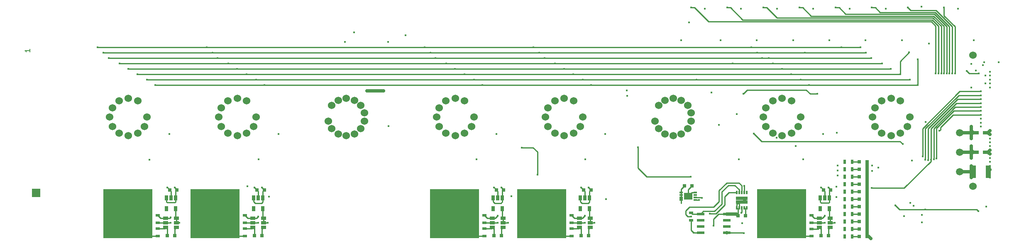
<source format=gtl>
G04 #@! TF.GenerationSoftware,KiCad,Pcbnew,(5.1.4)-1*
G04 #@! TF.CreationDate,2020-02-29T21:07:01-06:00*
G04 #@! TF.ProjectId,IV-6_Display_Board,49562d36-5f44-4697-9370-6c61795f426f,rev?*
G04 #@! TF.SameCoordinates,Original*
G04 #@! TF.FileFunction,Copper,L1,Top*
G04 #@! TF.FilePolarity,Positive*
%FSLAX46Y46*%
G04 Gerber Fmt 4.6, Leading zero omitted, Abs format (unit mm)*
G04 Created by KiCad (PCBNEW (5.1.4)-1) date 2020-02-29 21:07:01*
%MOMM*%
%LPD*%
G04 APERTURE LIST*
%ADD10C,0.200000*%
%ADD11C,1.524000*%
%ADD12R,0.800000X0.750000*%
%ADD13R,0.650000X1.060000*%
%ADD14R,1.060000X0.650000*%
%ADD15R,10.000000X10.000000*%
%ADD16R,0.900000X0.500000*%
%ADD17R,1.700000X1.700000*%
%ADD18C,1.500000*%
%ADD19R,1.000000X2.500000*%
%ADD20R,0.800000X0.800000*%
%ADD21R,0.500000X0.900000*%
%ADD22R,0.750000X0.300000*%
%ADD23R,1.750000X1.450000*%
%ADD24R,1.550000X0.600000*%
%ADD25R,0.300000X0.650000*%
%ADD26R,1.240000X0.775000*%
%ADD27C,0.431800*%
%ADD28C,0.635000*%
%ADD29C,0.254000*%
G04 APERTURE END LIST*
D10*
X36139380Y-76930285D02*
X36139380Y-77501714D01*
X36139380Y-77216000D02*
X35139380Y-77216000D01*
X35282238Y-77311238D01*
X35377476Y-77406476D01*
X35425095Y-77501714D01*
D11*
X228562400Y-78147999D03*
X228562400Y-104944999D03*
X60058200Y-90793500D03*
X59548200Y-92693500D03*
X58158200Y-94083500D03*
X56258200Y-94593500D03*
X54358200Y-94083500D03*
X52968200Y-92693500D03*
X52458200Y-90793500D03*
X52968200Y-88893500D03*
X54358200Y-87503500D03*
X56258200Y-86993500D03*
X58158200Y-87503500D03*
X148948000Y-90793500D03*
X148438000Y-92693500D03*
X147048000Y-94083500D03*
X145148000Y-94593500D03*
X143248000Y-94083500D03*
X141858000Y-92693500D03*
X141348000Y-90793500D03*
X141858000Y-88893500D03*
X143248000Y-87503500D03*
X145148000Y-86993500D03*
X147048000Y-87503500D03*
X82280400Y-90793500D03*
X81770400Y-92693500D03*
X80380400Y-94083500D03*
X78480400Y-94593500D03*
X76580400Y-94083500D03*
X75190400Y-92693500D03*
X74680400Y-90793500D03*
X75190400Y-88893500D03*
X76580400Y-87503500D03*
X78480400Y-86993500D03*
X80380400Y-87503500D03*
X193392000Y-90793500D03*
X192882000Y-92693500D03*
X191492000Y-94083500D03*
X189592000Y-94593500D03*
X187692000Y-94083500D03*
X186302000Y-92693500D03*
X185792000Y-90793500D03*
X186302000Y-88893500D03*
X187692000Y-87503500D03*
X189592000Y-86993500D03*
X191492000Y-87503500D03*
X126724000Y-90793500D03*
X126214000Y-92693500D03*
X124824000Y-94083500D03*
X122924000Y-94593500D03*
X121024000Y-94083500D03*
X119634000Y-92693500D03*
X119124000Y-90793500D03*
X119634000Y-88893500D03*
X121024000Y-87503500D03*
X122924000Y-86993500D03*
X124824000Y-87503500D03*
X215614000Y-90793500D03*
X215104000Y-92693500D03*
X213714000Y-94083500D03*
X211814000Y-94593500D03*
X209914000Y-94083500D03*
X208524000Y-92693500D03*
X208014000Y-90793500D03*
X208524000Y-88893500D03*
X209914000Y-87503500D03*
X211814000Y-86993500D03*
X213714000Y-87503500D03*
X99054240Y-94217180D03*
X100703000Y-94593500D03*
X102351760Y-94217180D03*
X103673960Y-93162760D03*
X104407730Y-91639080D03*
X104407730Y-89947920D03*
X103673960Y-88424240D03*
X102351760Y-87369820D03*
X100703000Y-86993500D03*
X99054240Y-87369820D03*
X97732040Y-88424240D03*
X96998270Y-91639080D03*
X97732040Y-93162760D03*
X165721240Y-94217180D03*
X167370000Y-94593500D03*
X169018760Y-94217180D03*
X170340960Y-93162760D03*
X171074730Y-91639080D03*
X171074730Y-89947920D03*
X170340960Y-88424240D03*
X169018760Y-87369820D03*
X167370000Y-86993500D03*
X165721240Y-87369820D03*
X164399040Y-88424240D03*
X163665270Y-91639080D03*
X164399040Y-93162760D03*
D12*
X230874000Y-93980000D03*
X229374000Y-93980000D03*
D13*
X132546000Y-107291000D03*
X131596000Y-107291000D03*
X130646000Y-107291000D03*
X130646000Y-109491000D03*
X132546000Y-109491000D03*
D14*
X150476000Y-112392000D03*
X150476000Y-111442000D03*
X150476000Y-113342000D03*
X148276000Y-113342000D03*
X148276000Y-112392000D03*
X148276000Y-111442000D03*
D15*
X140550000Y-110486000D03*
D13*
X150326000Y-109491000D03*
X148426000Y-109491000D03*
X148426000Y-107291000D03*
X149376000Y-107291000D03*
X150326000Y-107291000D03*
D15*
X122770000Y-110486000D03*
D14*
X132696000Y-112392000D03*
X132696000Y-111442000D03*
X132696000Y-113342000D03*
X130496000Y-113342000D03*
X130496000Y-112392000D03*
X130496000Y-111442000D03*
D16*
X128866000Y-112380000D03*
X128866000Y-110880000D03*
X128866000Y-113546000D03*
X128866000Y-115046000D03*
X146646000Y-115046000D03*
X146646000Y-113546000D03*
X146646000Y-110880000D03*
X146646000Y-112380000D03*
D12*
X130846000Y-114995000D03*
X132346000Y-114995000D03*
X148626000Y-114995000D03*
X150126000Y-114995000D03*
X132790000Y-105660000D03*
X131290000Y-105660000D03*
X149134000Y-105660000D03*
X150634000Y-105660000D03*
D17*
X37401500Y-106236000D03*
D18*
X225806000Y-93980000D03*
X225806000Y-97980500D03*
X225806000Y-101918000D03*
D12*
X83997000Y-105660000D03*
X82497000Y-105660000D03*
X64653500Y-105660000D03*
X66153500Y-105660000D03*
X83489000Y-114995000D03*
X81989000Y-114995000D03*
X65709000Y-114995000D03*
X64209000Y-114995000D03*
X198004000Y-105660000D03*
X199504000Y-105660000D03*
X197559000Y-114995000D03*
X199059000Y-114995000D03*
X169684000Y-104838000D03*
X171184000Y-104838000D03*
X229374000Y-97980500D03*
X230874000Y-97980500D03*
D19*
X228624000Y-101918000D03*
X231624000Y-101918000D03*
D12*
X180606000Y-110934000D03*
X182106000Y-110934000D03*
D20*
X205321000Y-99949000D03*
X206921000Y-99949000D03*
X206921000Y-101473000D03*
X205321000Y-101473000D03*
X205321000Y-102997000D03*
X206921000Y-102997000D03*
X206921000Y-104521000D03*
X205321000Y-104521000D03*
X205321000Y-106045000D03*
X206921000Y-106045000D03*
X206921000Y-107569000D03*
X205321000Y-107569000D03*
X205321000Y-109093000D03*
X206921000Y-109093000D03*
X206921000Y-110617000D03*
X205321000Y-110617000D03*
X205321000Y-112141000D03*
X206921000Y-112141000D03*
X206921000Y-113665000D03*
X205321000Y-113665000D03*
X205321000Y-115189000D03*
X206921000Y-115189000D03*
D21*
X202386000Y-99949000D03*
X203886000Y-99949000D03*
X202386000Y-101473000D03*
X203886000Y-101473000D03*
X203886000Y-102997000D03*
X202386000Y-102997000D03*
X203886000Y-104521000D03*
X202386000Y-104521000D03*
X202386000Y-106045000D03*
X203886000Y-106045000D03*
X203886000Y-107569000D03*
X202386000Y-107569000D03*
X203886000Y-109093000D03*
X202386000Y-109093000D03*
X203886000Y-110617000D03*
X202386000Y-110617000D03*
X202386000Y-112141000D03*
X203886000Y-112141000D03*
X202386000Y-113665000D03*
X203886000Y-113665000D03*
X202386000Y-115189000D03*
X203886000Y-115189000D03*
D16*
X80008500Y-113546000D03*
X80008500Y-115046000D03*
X62228500Y-115046000D03*
X62228500Y-113546000D03*
X80008500Y-112380000D03*
X80008500Y-110880000D03*
X62228500Y-110880000D03*
X62228500Y-112380000D03*
X195578000Y-115110000D03*
X195578000Y-113610000D03*
X195578000Y-112380000D03*
X195578000Y-110880000D03*
X171069000Y-110375000D03*
X171069000Y-111875000D03*
D15*
X73912500Y-110486000D03*
X56132500Y-110486000D03*
X189482000Y-110486000D03*
D13*
X83689000Y-107291000D03*
X82739000Y-107291000D03*
X81789000Y-107291000D03*
X81789000Y-109491000D03*
X83689000Y-109491000D03*
X65909000Y-109491000D03*
X64009000Y-109491000D03*
X64009000Y-107291000D03*
X64959000Y-107291000D03*
X65909000Y-107291000D03*
D14*
X81639000Y-111442000D03*
X81639000Y-112392000D03*
X81639000Y-113342000D03*
X83839000Y-113342000D03*
X83839000Y-111442000D03*
X83839000Y-112392000D03*
X63859000Y-111442000D03*
X63859000Y-112392000D03*
X63859000Y-113342000D03*
X66059000Y-113342000D03*
X66059000Y-111442000D03*
X66059000Y-112392000D03*
D13*
X199259000Y-107291000D03*
X198309000Y-107291000D03*
X197359000Y-107291000D03*
X197359000Y-109491000D03*
X199259000Y-109491000D03*
D14*
X197209000Y-111442000D03*
X197209000Y-112392000D03*
X197209000Y-113342000D03*
X199409000Y-113342000D03*
X199409000Y-111442000D03*
X199409000Y-112392000D03*
D22*
X171870000Y-107717000D03*
X171870000Y-107217000D03*
X171870000Y-106717000D03*
X171870000Y-106217000D03*
X168970000Y-106217000D03*
X168970000Y-106717000D03*
X168970000Y-107217000D03*
X168970000Y-107717000D03*
D23*
X170420000Y-106967000D03*
D24*
X178341000Y-114363000D03*
X178341000Y-113093000D03*
X178341000Y-111823000D03*
X178341000Y-110553000D03*
X172941000Y-110553000D03*
X172941000Y-111823000D03*
X172941000Y-113093000D03*
X172941000Y-114363000D03*
D25*
X180356000Y-109310000D03*
X180856000Y-109310000D03*
X181356000Y-109310000D03*
X181856000Y-109310000D03*
X182356000Y-109310000D03*
X182356000Y-106210000D03*
X181856000Y-106210000D03*
X181356000Y-106210000D03*
X180856000Y-106210000D03*
X180356000Y-106210000D03*
D26*
X181976000Y-107372500D03*
X180736000Y-107372500D03*
X181976000Y-108147500D03*
X180736000Y-108147500D03*
D27*
X181411200Y-112458000D03*
X215766400Y-108301200D03*
X207708000Y-115596000D03*
X109220000Y-75425300D03*
X100457000Y-75425300D03*
X157878000Y-85369400D03*
X175182000Y-85805500D03*
X200787000Y-93980000D03*
X197994000Y-94275000D03*
X176669000Y-92392500D03*
X153531000Y-94229000D03*
X131320000Y-94219500D03*
X109284000Y-92634500D03*
X86863900Y-94236900D03*
X64644500Y-94228200D03*
X225440000Y-68659500D03*
X218059000Y-68262500D03*
X210708000Y-68659500D03*
X203342000Y-68659500D03*
X195912000Y-68659500D03*
X188546000Y-68659500D03*
X181180000Y-68659500D03*
X173814000Y-68659500D03*
X170624000Y-71449500D03*
X175578000Y-112978000D03*
X231966000Y-84746500D03*
X231966000Y-83946500D03*
X231966000Y-83146500D03*
X231966000Y-82346500D03*
X231966000Y-81546500D03*
X231966000Y-103146000D03*
X231966000Y-102346000D03*
X231966000Y-101546000D03*
X231966000Y-100746000D03*
X231966000Y-99946500D03*
X231966000Y-99146500D03*
X231966000Y-98346500D03*
X231966000Y-97546500D03*
X231966000Y-96746500D03*
X231966000Y-95946500D03*
X231966000Y-95146500D03*
X231966000Y-94346500D03*
X231966000Y-93546500D03*
X170420000Y-106967000D03*
X214440000Y-110998000D03*
X218122000Y-112256000D03*
X197559000Y-105152000D03*
X198310000Y-112395000D03*
X148626000Y-105152000D03*
X149352000Y-112395000D03*
X130846000Y-105152000D03*
X131572000Y-112395000D03*
X81989000Y-105152000D03*
X82740500Y-112395000D03*
X64209000Y-105152000D03*
X64897000Y-112395000D03*
X228156000Y-84746500D03*
X228156000Y-79946499D03*
X218901723Y-91837723D03*
X168974000Y-107442000D03*
X181800000Y-114490000D03*
X228156000Y-95146500D03*
X228156000Y-94346500D03*
X228156000Y-93546500D03*
X228156000Y-92746500D03*
X182106000Y-110934000D03*
X218122000Y-110756000D03*
X199059000Y-105152000D03*
X150126000Y-105152000D03*
X132346000Y-105152000D03*
X83489000Y-105152000D03*
X65709000Y-105152000D03*
X228156000Y-97546500D03*
X228156000Y-99146500D03*
X228156000Y-98346500D03*
X228156000Y-96746500D03*
X108268000Y-85471000D03*
X219583000Y-75819000D03*
X180784000Y-99441000D03*
X180326000Y-90163000D03*
X169037000Y-75120500D03*
X216090000Y-99670000D03*
X193866000Y-99441000D03*
X149479000Y-99441000D03*
X127254000Y-99441000D03*
X82804000Y-99441000D03*
X60577500Y-99498700D03*
X184404000Y-75120500D03*
X191897000Y-75120500D03*
X199200000Y-75120500D03*
X206629000Y-75120500D03*
X214058000Y-75120500D03*
X228727000Y-75120500D03*
X177038000Y-75120500D03*
X228156000Y-100746000D03*
X228156000Y-101546000D03*
X228156000Y-102346000D03*
X228156000Y-103146000D03*
X104902006Y-85471000D03*
X222631000Y-68465000D03*
X224854000Y-81851500D03*
X215265000Y-68465000D03*
X224282000Y-81851500D03*
X207899000Y-68465000D03*
X223723000Y-81851500D03*
X200533000Y-68465000D03*
X223164000Y-81851500D03*
X193104000Y-68465000D03*
X222606000Y-81851500D03*
X185738000Y-68465000D03*
X222047000Y-81851500D03*
X178372000Y-68465000D03*
X221488000Y-81851500D03*
X171006000Y-68465000D03*
X220929000Y-81851500D03*
X134341400Y-106968300D03*
X231071300Y-83946500D03*
X231071300Y-82284900D03*
X153715700Y-107554700D03*
X233792800Y-79637500D03*
X80518300Y-104876600D03*
X84959800Y-107024600D03*
X229120400Y-81281800D03*
X200692700Y-107114900D03*
X229717700Y-81907200D03*
X227236500Y-81343200D03*
X230124000Y-85548000D03*
X218250000Y-98805500D03*
X218821000Y-99504500D03*
X230124000Y-86348000D03*
X160210500Y-96964500D03*
X170937300Y-102962300D03*
X219379000Y-99592300D03*
X230124000Y-87148000D03*
X200914000Y-102743000D03*
X209232500Y-101092000D03*
X219935000Y-99536000D03*
X230124000Y-87948000D03*
X200689000Y-105012900D03*
X139687800Y-102559600D03*
X136525000Y-97028000D03*
X207835500Y-105283000D03*
X220536000Y-99441000D03*
X230124000Y-88748000D03*
X200898300Y-100663200D03*
X207962500Y-100711000D03*
X200914000Y-101663500D03*
X230124000Y-89548000D03*
X221107000Y-99250500D03*
X207965300Y-101806000D03*
X221678500Y-93599000D03*
X214192100Y-96309000D03*
X102292100Y-73501100D03*
X183853500Y-94196100D03*
X230124000Y-90348000D03*
X230124000Y-91148000D03*
X112814400Y-74087500D03*
X230778200Y-79604100D03*
X231257200Y-109104400D03*
X216443500Y-108892800D03*
X173205700Y-107320000D03*
X174815500Y-110490000D03*
X172617400Y-107679100D03*
X230574400Y-80199000D03*
X218784100Y-109668600D03*
X212682200Y-108817600D03*
X181839400Y-104857900D03*
X229596222Y-109996822D03*
X192376300Y-96683600D03*
X188474600Y-94987400D03*
X158021100Y-86453900D03*
X230124000Y-91948000D03*
X181700800Y-86051300D03*
X196769700Y-86051300D03*
X230124000Y-92748000D03*
X84709000Y-112395000D03*
X66675000Y-112395000D03*
X151320000Y-112395000D03*
X133668000Y-112395000D03*
X200342000Y-112395000D03*
X171514000Y-114364000D03*
X56204200Y-80949800D03*
X78426500Y-80949800D03*
X122871000Y-80949800D03*
X145093000Y-80949800D03*
X189538000Y-80949800D03*
X211760000Y-80949800D03*
X194221000Y-77635100D03*
X51162300Y-77635100D03*
X73384600Y-77635100D03*
X117829000Y-77635100D03*
X140051000Y-77635100D03*
X184496000Y-77635100D03*
X206718000Y-77635100D03*
X215519000Y-77597000D03*
X58109200Y-82054700D03*
X80331500Y-82054700D03*
X124776000Y-82054700D03*
X146998000Y-82054700D03*
X191443000Y-82054700D03*
X213665000Y-82054700D03*
X186880000Y-78740000D03*
X52216400Y-78740000D03*
X74438700Y-78740000D03*
X118883000Y-78740000D03*
X141105000Y-78740000D03*
X185550000Y-78740000D03*
X207772000Y-78740000D03*
X217297000Y-78968600D03*
X61741400Y-84264500D03*
X83963700Y-84264500D03*
X128408000Y-84264500D03*
X150630000Y-84264500D03*
X195075000Y-84264500D03*
X217297000Y-84264500D03*
X179489000Y-79844900D03*
X54413500Y-79844900D03*
X76635800Y-79844900D03*
X121080000Y-79844900D03*
X143302000Y-79844900D03*
X187747000Y-79844900D03*
X209969000Y-79844900D03*
X201663000Y-76530200D03*
X138883000Y-76530200D03*
X116661000Y-76530200D03*
X49981200Y-76530200D03*
X72203500Y-76530200D03*
X183315000Y-76530200D03*
X205537000Y-76530200D03*
X172174000Y-83159600D03*
X60065000Y-83159600D03*
X82287300Y-83159600D03*
X126732000Y-83159600D03*
X148954000Y-83159600D03*
X193398000Y-83159600D03*
X215621000Y-83159600D03*
X202386000Y-99949000D03*
X202386000Y-101473000D03*
X202386000Y-102997000D03*
X202386000Y-104521000D03*
X202386000Y-106045000D03*
X202386000Y-107569000D03*
X202386000Y-109093000D03*
X202386000Y-110617000D03*
X202386000Y-112141000D03*
X202386000Y-113665000D03*
X202386000Y-115189000D03*
X82740500Y-111062000D03*
X64897000Y-111252000D03*
X149352000Y-110934000D03*
X131572000Y-110934000D03*
X198310000Y-110934000D03*
X171069000Y-111125000D03*
X172941034Y-111823000D03*
X181277473Y-110324910D03*
D28*
X231966000Y-101546000D02*
X231624000Y-101888000D01*
X231624000Y-101888000D02*
X231624000Y-101918000D01*
X178342000Y-110554000D02*
X178341000Y-110553000D01*
X178342000Y-110554000D02*
X180225000Y-110554000D01*
X180225000Y-110554000D02*
X180606000Y-110934000D01*
X178341000Y-110554000D02*
X178342000Y-110554000D01*
X180736500Y-107372000D02*
X180736000Y-107372500D01*
X181976000Y-107372500D02*
X181976000Y-107372000D01*
X181976000Y-107372000D02*
X180736500Y-107372000D01*
X180736500Y-107372000D02*
X180736000Y-107372000D01*
X181975500Y-108147000D02*
X181976000Y-108147500D01*
X181975500Y-108147000D02*
X181976000Y-108147000D01*
X181976000Y-108147000D02*
X181976000Y-107372500D01*
X180736000Y-108147000D02*
X181975500Y-108147000D01*
X180546000Y-108337000D02*
X180546500Y-108337000D01*
X180546500Y-108337000D02*
X180736000Y-108147500D01*
D29*
X180546000Y-108337000D02*
X180736000Y-108147000D01*
X180356000Y-109310000D02*
X180356000Y-108527000D01*
X180356000Y-108527000D02*
X180546000Y-108337000D01*
D28*
X206921000Y-102997000D02*
X206921000Y-101473000D01*
X206921000Y-104521000D02*
X206921000Y-102997000D01*
X206921000Y-106045000D02*
X206921000Y-104521000D01*
X206921000Y-107569000D02*
X206921000Y-106045000D01*
X206921000Y-101473000D02*
X206921000Y-99949000D01*
X206921000Y-109093000D02*
X206921000Y-107569000D01*
X206921000Y-110617000D02*
X206921000Y-109093000D01*
X206921000Y-112141000D02*
X206921000Y-110617000D01*
X206921000Y-113665000D02*
X206921000Y-112141000D01*
D29*
X180606000Y-109560000D02*
X180356000Y-109310000D01*
X180606000Y-110934000D02*
X180606000Y-109560000D01*
D28*
X206921000Y-115189000D02*
X206921000Y-113665000D01*
X231532000Y-97980500D02*
X231600000Y-97980500D01*
X231600000Y-97980500D02*
X231966000Y-98346500D01*
X230874000Y-97980500D02*
X231532000Y-97980500D01*
X231532000Y-93980000D02*
X231599000Y-93980000D01*
X231599000Y-93980000D02*
X231966000Y-94346500D01*
X230874000Y-93980000D02*
X231532000Y-93980000D01*
X206921000Y-115189000D02*
X207302000Y-115189000D01*
X207302000Y-115189000D02*
X207708000Y-115596000D01*
D29*
X170420000Y-106967000D02*
X170420000Y-105603000D01*
X170420000Y-105603000D02*
X171184000Y-104838000D01*
D28*
X230874000Y-93980000D02*
X231532000Y-93980000D01*
X231532000Y-93980000D02*
X231966000Y-93546500D01*
X230874000Y-97980500D02*
X231532000Y-97980500D01*
X231532000Y-97980500D02*
X231966000Y-97546500D01*
D29*
X178341000Y-110554000D02*
X176594000Y-110554000D01*
X176594000Y-110554000D02*
X175578000Y-111570000D01*
X175578000Y-111570000D02*
X175578000Y-112978000D01*
X171870000Y-106217000D02*
X171170000Y-106217000D01*
X171170000Y-106217000D02*
X170420000Y-106967000D01*
X180606000Y-109560000D02*
X180856000Y-109310000D01*
X180856000Y-109310000D02*
X180856000Y-108267000D01*
X180856000Y-108267000D02*
X180736000Y-108147000D01*
X198004000Y-105660000D02*
X198004000Y-105597000D01*
X198004000Y-105597000D02*
X197559000Y-105152000D01*
X198309000Y-107291000D02*
X198309000Y-105966000D01*
X198309000Y-105966000D02*
X198004000Y-105660000D01*
X197209000Y-112392000D02*
X198307000Y-112392000D01*
X198307000Y-112392000D02*
X198310000Y-112395000D01*
X195578000Y-112380000D02*
X197197000Y-112380000D01*
X197197000Y-112380000D02*
X197209000Y-112392000D01*
X149134000Y-105660000D02*
X148626000Y-105152000D01*
X149376000Y-107291000D02*
X149376000Y-105902000D01*
X149376000Y-105902000D02*
X149134000Y-105660000D01*
X148276000Y-112392000D02*
X149348000Y-112392000D01*
X149348000Y-112392000D02*
X149352000Y-112395000D01*
X146646000Y-112380000D02*
X148264000Y-112380000D01*
X148264000Y-112380000D02*
X148276000Y-112392000D01*
X131290000Y-105660000D02*
X131290000Y-105597000D01*
X131290000Y-105597000D02*
X130846000Y-105152000D01*
X131596000Y-107291000D02*
X131596000Y-105966000D01*
X131596000Y-105966000D02*
X131290000Y-105660000D01*
X130496000Y-112392000D02*
X131568000Y-112392000D01*
X131568000Y-112392000D02*
X131572000Y-112395000D01*
X128866000Y-112380000D02*
X130484000Y-112380000D01*
X130484000Y-112380000D02*
X130496000Y-112392000D01*
X82497000Y-105660000D02*
X81989000Y-105152000D01*
X82739000Y-107291000D02*
X82739000Y-105902000D01*
X82739000Y-105902000D02*
X82497000Y-105660000D01*
X81639000Y-112392000D02*
X82737000Y-112392000D01*
X82737000Y-112392000D02*
X82740500Y-112395000D01*
X81639000Y-112392000D02*
X80020500Y-112392000D01*
X80020500Y-112392000D02*
X80008500Y-112380000D01*
X64653500Y-105660000D02*
X64653500Y-105597000D01*
X64653500Y-105597000D02*
X64209000Y-105152000D01*
X64959000Y-107291000D02*
X64959000Y-105966000D01*
X64959000Y-105966000D02*
X64653500Y-105660000D01*
X62228500Y-112380000D02*
X63847000Y-112380000D01*
X63847000Y-112380000D02*
X63859000Y-112392000D01*
X63859000Y-112392000D02*
X64893500Y-112392000D01*
X64893500Y-112392000D02*
X64897000Y-112395000D01*
X65709000Y-114995000D02*
X65709000Y-113692000D01*
X65709000Y-113692000D02*
X66059000Y-113342000D01*
D28*
X178342000Y-114364000D02*
X178341000Y-114363000D01*
D29*
X178342000Y-114364000D02*
X181672000Y-114364000D01*
X181672000Y-114364000D02*
X181800000Y-114490000D01*
X178341000Y-114364000D02*
X178342000Y-114364000D01*
X168970000Y-107442000D02*
X168970000Y-107717000D01*
X168970000Y-107217000D02*
X168970000Y-107442000D01*
D28*
X168974000Y-107442000D02*
X168970000Y-107442000D01*
D29*
X168970000Y-106717000D02*
X168970000Y-107217000D01*
X168970000Y-106217000D02*
X168970000Y-106717000D01*
D28*
X228522000Y-93980000D02*
X228589000Y-93980000D01*
X228156000Y-93980000D02*
X228522000Y-93980000D01*
X228156000Y-94346500D02*
X228156000Y-95146500D01*
X228156000Y-93980000D02*
X228156000Y-94346500D01*
X228589000Y-93980000D02*
X228522000Y-93980000D01*
X229374000Y-93980000D02*
X228589000Y-93980000D01*
X228589000Y-93980000D02*
X229374000Y-93980000D01*
X228156000Y-93546500D02*
X228156000Y-93980000D01*
X228156000Y-92746500D02*
X228156000Y-93546500D01*
X225806000Y-93980000D02*
X228156000Y-93980000D01*
D29*
X182106000Y-109560000D02*
X182356000Y-109310000D01*
X182106000Y-110934000D02*
X182106000Y-109560000D01*
X168970000Y-107717000D02*
X168970000Y-108391000D01*
X168970000Y-108391000D02*
X168974000Y-108394000D01*
D28*
X229374000Y-93980000D02*
X228589000Y-93980000D01*
X228589000Y-93980000D02*
X228156000Y-93546500D01*
X228522000Y-93980000D02*
X228156000Y-94346500D01*
D29*
X168970000Y-106217000D02*
X168970000Y-105553000D01*
X168970000Y-105553000D02*
X169684000Y-104838000D01*
X182106000Y-109560000D02*
X181856000Y-109310000D01*
X199504000Y-105660000D02*
X199504000Y-105597000D01*
X199504000Y-105597000D02*
X199059000Y-105152000D01*
X199259000Y-107291000D02*
X199259000Y-105905000D01*
X199259000Y-105905000D02*
X199504000Y-105660000D01*
X197359000Y-107291000D02*
X197359000Y-108075000D01*
X197359000Y-108075000D02*
X197552000Y-108268000D01*
X197552000Y-108268000D02*
X199136000Y-108268000D01*
X199136000Y-108268000D02*
X199259000Y-108144000D01*
X199259000Y-108144000D02*
X199259000Y-107291000D01*
X150634000Y-105660000D02*
X150126000Y-105152000D01*
X150326000Y-107291000D02*
X150326000Y-105968000D01*
X150326000Y-105968000D02*
X150634000Y-105660000D01*
X148426000Y-107291000D02*
X148426000Y-108075000D01*
X148426000Y-108075000D02*
X148746000Y-108394000D01*
X148746000Y-108394000D02*
X150050000Y-108394000D01*
X150050000Y-108394000D02*
X150326000Y-108119000D01*
X150326000Y-108119000D02*
X150326000Y-107291000D01*
X132790000Y-105660000D02*
X132790000Y-105597000D01*
X132790000Y-105597000D02*
X132346000Y-105152000D01*
X132546000Y-107291000D02*
X132546000Y-105905000D01*
X132546000Y-105905000D02*
X132790000Y-105660000D01*
X130646000Y-107291000D02*
X130646000Y-108075000D01*
X130646000Y-108075000D02*
X130966000Y-108394000D01*
X130966000Y-108394000D02*
X132226000Y-108394000D01*
X132226000Y-108394000D02*
X132546000Y-108075000D01*
X132546000Y-108075000D02*
X132546000Y-107291000D01*
X83689000Y-107291000D02*
X83689000Y-105968000D01*
X83689000Y-105968000D02*
X83997000Y-105660000D01*
X81789000Y-107291000D02*
X81789000Y-108075000D01*
X81789000Y-108075000D02*
X82108500Y-108394000D01*
X82108500Y-108394000D02*
X83439000Y-108394000D01*
X83439000Y-108394000D02*
X83689000Y-108144000D01*
X83689000Y-108144000D02*
X83689000Y-107291000D01*
X83997000Y-105660000D02*
X83489000Y-105152000D01*
X66153500Y-105660000D02*
X66153500Y-105597000D01*
X66153500Y-105597000D02*
X65709000Y-105152000D01*
X64009000Y-107291000D02*
X64009000Y-108075000D01*
X64009000Y-108075000D02*
X64138000Y-108204000D01*
X64138000Y-108204000D02*
X65786000Y-108204000D01*
X65786000Y-108204000D02*
X65909000Y-108081000D01*
X65909000Y-108081000D02*
X65909000Y-107291000D01*
X65909000Y-107291000D02*
X65909000Y-105905000D01*
X65909000Y-105905000D02*
X66153500Y-105660000D01*
X132346000Y-114995000D02*
X132346000Y-113692000D01*
X132346000Y-113692000D02*
X132696000Y-113342000D01*
D28*
X228590000Y-97980500D02*
X228521000Y-97980500D01*
X229374000Y-97980500D02*
X228590000Y-97980500D01*
X228590000Y-97980500D02*
X228521000Y-97980500D01*
X229374000Y-97980500D02*
X228590000Y-97980500D01*
X228156000Y-97980500D02*
X228156000Y-97546500D01*
X228156000Y-98346500D02*
X228156000Y-97980500D01*
X228156000Y-97980500D02*
X225806000Y-97980500D01*
X228521000Y-97980500D02*
X228156000Y-97980500D01*
X228156000Y-99146500D02*
X228156000Y-98346500D01*
X228156000Y-97546500D02*
X228156000Y-96746500D01*
X229374000Y-97980500D02*
X228590000Y-97980500D01*
X228590000Y-97980500D02*
X228156000Y-97546500D01*
X228521000Y-97980500D02*
X228156000Y-98346500D01*
X228527000Y-101918000D02*
X228624000Y-101918000D01*
X225806000Y-101918000D02*
X228527000Y-101918000D01*
X228156000Y-102346000D02*
X228156000Y-101546000D01*
X228156000Y-103146000D02*
X228156000Y-102346000D01*
X228624000Y-101918000D02*
X228527000Y-101918000D01*
X228527000Y-101918000D02*
X228156000Y-101546000D01*
X228156000Y-102346000D02*
X228156000Y-101546000D01*
X228156000Y-101546000D02*
X228156000Y-100746000D01*
X108268000Y-85471000D02*
X104902000Y-85471000D01*
D29*
X224854000Y-81851500D02*
X224854000Y-72326500D01*
X224854000Y-72326500D02*
X222631000Y-70104000D01*
X222631000Y-70104000D02*
X222631000Y-68465000D01*
X224282000Y-81851500D02*
X224282000Y-72326500D01*
X224282000Y-72326500D02*
X220980000Y-69024500D01*
X220980000Y-69024500D02*
X215824000Y-69024500D01*
X215824000Y-69024500D02*
X215265000Y-68465000D01*
X223723000Y-81851500D02*
X223723000Y-72306500D01*
X223723000Y-72306500D02*
X220822000Y-69405500D01*
X220822000Y-69405500D02*
X209544000Y-69405500D01*
X209544000Y-69405500D02*
X208603000Y-68465000D01*
X208603000Y-68465000D02*
X207899000Y-68465000D01*
X223164000Y-81851500D02*
X223164000Y-72286600D01*
X223164000Y-72286600D02*
X220664000Y-69786500D01*
X220664000Y-69786500D02*
X202559000Y-69786500D01*
X202559000Y-69786500D02*
X201237000Y-68465000D01*
X201237000Y-68465000D02*
X200533000Y-68465000D01*
X222606000Y-81851500D02*
X222606000Y-72266600D01*
X222606000Y-72266600D02*
X220507000Y-70167500D01*
X220507000Y-70167500D02*
X195510000Y-70167500D01*
X195510000Y-70167500D02*
X193808000Y-68465000D01*
X193808000Y-68465000D02*
X193104000Y-68465000D01*
X222047000Y-81851500D02*
X222047000Y-72246600D01*
X222047000Y-72246600D02*
X220349000Y-70548500D01*
X220349000Y-70548500D02*
X188525000Y-70548500D01*
X188525000Y-70548500D02*
X186442000Y-68465000D01*
X186442000Y-68465000D02*
X185738000Y-68465000D01*
X221488000Y-81851500D02*
X221488000Y-72226600D01*
X221488000Y-72226600D02*
X220191000Y-70929600D01*
X220191000Y-70929600D02*
X181540000Y-70929600D01*
X181540000Y-70929600D02*
X179076000Y-68465000D01*
X179076000Y-68465000D02*
X178372000Y-68465000D01*
X220929000Y-81851500D02*
X220929000Y-72206700D01*
X220929000Y-72206700D02*
X220033000Y-71310600D01*
X220033000Y-71310600D02*
X174555000Y-71310600D01*
X174555000Y-71310600D02*
X171710000Y-68465000D01*
X171710000Y-68465000D02*
X171006000Y-68465000D01*
X229717700Y-81907200D02*
X227800500Y-81907200D01*
X227800500Y-81907200D02*
X227236500Y-81343200D01*
X230124000Y-85548000D02*
X225856000Y-85548000D01*
X225856000Y-85548000D02*
X218250000Y-93154000D01*
X218250000Y-93154000D02*
X218250000Y-98500172D01*
X218250000Y-98500172D02*
X218250000Y-98805500D01*
X218821000Y-93154500D02*
X218821000Y-99504500D01*
X230124000Y-86348000D02*
X225627500Y-86348000D01*
X225627500Y-86348000D02*
X218821000Y-93154500D01*
X161953800Y-102962300D02*
X170937300Y-102962300D01*
X160210500Y-96964500D02*
X160210500Y-101219000D01*
X160210500Y-101219000D02*
X161953800Y-102962300D01*
X219379000Y-93168000D02*
X219379000Y-99592300D01*
X230124000Y-87148000D02*
X225399000Y-87148000D01*
X225399000Y-87148000D02*
X219379000Y-93168000D01*
X139687800Y-102559600D02*
X139687800Y-97904800D01*
X139687800Y-97904800D02*
X138811000Y-97028000D01*
X138811000Y-97028000D02*
X136525000Y-97028000D01*
X219935000Y-99841328D02*
X214493328Y-105283000D01*
X219935000Y-99536000D02*
X219935000Y-99841328D01*
X214493328Y-105283000D02*
X208140828Y-105283000D01*
X208140828Y-105283000D02*
X207835500Y-105283000D01*
X219935000Y-93183500D02*
X219935000Y-99536000D01*
X230124000Y-87948000D02*
X225170500Y-87948000D01*
X225170500Y-87948000D02*
X219935000Y-93183500D01*
X220536000Y-93123170D02*
X220536000Y-99135672D01*
X220536000Y-99135672D02*
X220536000Y-99441000D01*
X230124000Y-88748000D02*
X224911170Y-88748000D01*
X224911170Y-88748000D02*
X220536000Y-93123170D01*
X221107000Y-93091000D02*
X221107000Y-99250500D01*
X230124000Y-89548000D02*
X224650000Y-89548000D01*
X224650000Y-89548000D02*
X221107000Y-93091000D01*
X213618000Y-95734900D02*
X185392300Y-95734900D01*
X214192100Y-96309000D02*
X213618000Y-95734900D01*
X185392300Y-95734900D02*
X183853500Y-94196100D01*
X221894399Y-93383101D02*
X221678500Y-93599000D01*
X221894399Y-92875101D02*
X221894399Y-93383101D01*
X230124000Y-90348000D02*
X224421500Y-90348000D01*
X224421500Y-90348000D02*
X221894399Y-92875101D01*
X173205700Y-107320000D02*
X173094600Y-107208900D01*
X173094600Y-107208900D02*
X171878100Y-107208900D01*
X171878100Y-107208900D02*
X171870000Y-107217000D01*
X175120828Y-110490000D02*
X174815500Y-110490000D01*
X176076000Y-110490000D02*
X175120828Y-110490000D01*
X177863500Y-108702500D02*
X176076000Y-110490000D01*
X177863500Y-107061000D02*
X177863500Y-108702500D01*
X180356000Y-106210000D02*
X178714500Y-106210000D01*
X178714500Y-106210000D02*
X177863500Y-107061000D01*
X212682200Y-108817600D02*
X213533200Y-109668600D01*
X213533200Y-109668600D02*
X218784100Y-109668600D01*
X172537200Y-107679100D02*
X172499300Y-107717000D01*
X171870000Y-107717000D02*
X172499300Y-107717000D01*
X181856000Y-106210000D02*
X181856000Y-104874500D01*
X181856000Y-104874500D02*
X181839400Y-104857900D01*
X218784100Y-109668600D02*
X229268000Y-109668600D01*
X229380323Y-109780923D02*
X229596222Y-109996822D01*
X229268000Y-109668600D02*
X229380323Y-109780923D01*
X196769700Y-86051300D02*
X195298700Y-86051300D01*
X195298700Y-86051300D02*
X194528300Y-85280900D01*
X194528300Y-85280900D02*
X182471200Y-85280900D01*
X182471200Y-85280900D02*
X181700800Y-86051300D01*
X83489000Y-114995000D02*
X83489000Y-113692000D01*
X83489000Y-113692000D02*
X83839000Y-113342000D01*
X81989000Y-114995000D02*
X81989000Y-113692000D01*
X81989000Y-113692000D02*
X81639000Y-113342000D01*
X80008500Y-113546000D02*
X81434000Y-113546000D01*
X81434000Y-113546000D02*
X81639000Y-113342000D01*
X64209000Y-114995000D02*
X64209000Y-113692000D01*
X64209000Y-113692000D02*
X63859000Y-113342000D01*
X62228500Y-113546000D02*
X63654000Y-113546000D01*
X63654000Y-113546000D02*
X63859000Y-113342000D01*
X83689000Y-109491000D02*
X83689000Y-111292000D01*
X83689000Y-111292000D02*
X83839000Y-111442000D01*
X83839000Y-112392000D02*
X83839000Y-111442000D01*
X84709000Y-112395000D02*
X83842500Y-112395000D01*
X83842500Y-112395000D02*
X83839000Y-112392000D01*
X66059000Y-112392000D02*
X66671500Y-112392000D01*
X66671500Y-112392000D02*
X66675000Y-112395000D01*
X65909000Y-109491000D02*
X65909000Y-111292000D01*
X65909000Y-111292000D02*
X66059000Y-111442000D01*
X66059000Y-112392000D02*
X66059000Y-111442000D01*
X150126000Y-114995000D02*
X150126000Y-113692000D01*
X150126000Y-113692000D02*
X150476000Y-113342000D01*
X148626000Y-114995000D02*
X148626000Y-113692000D01*
X148626000Y-113692000D02*
X148276000Y-113342000D01*
X146646000Y-113546000D02*
X148071000Y-113546000D01*
X148071000Y-113546000D02*
X148276000Y-113342000D01*
X130846000Y-114995000D02*
X130846000Y-113692000D01*
X130846000Y-113692000D02*
X130496000Y-113342000D01*
X128866000Y-113546000D02*
X130291000Y-113546000D01*
X130291000Y-113546000D02*
X130496000Y-113342000D01*
X151320000Y-112395000D02*
X150480000Y-112395000D01*
X150480000Y-112395000D02*
X150476000Y-112392000D01*
X150476000Y-112392000D02*
X150476000Y-111442000D01*
X150326000Y-109491000D02*
X150326000Y-111292000D01*
X150326000Y-111292000D02*
X150476000Y-111442000D01*
X132546000Y-109491000D02*
X132546000Y-111292000D01*
X132546000Y-111292000D02*
X132696000Y-111442000D01*
X132696000Y-111442000D02*
X132696000Y-112392000D01*
X132696000Y-112392000D02*
X133664000Y-112392000D01*
X133664000Y-112392000D02*
X133668000Y-112395000D01*
X197559000Y-114995000D02*
X197559000Y-113692000D01*
X197559000Y-113692000D02*
X197209000Y-113342000D01*
X195578000Y-113610000D02*
X196940000Y-113610000D01*
X196940000Y-113610000D02*
X197209000Y-113342000D01*
X199059000Y-114995000D02*
X199059000Y-113692000D01*
X199059000Y-113692000D02*
X199409000Y-113342000D01*
X199259000Y-109491000D02*
X199259000Y-111292000D01*
X199259000Y-111292000D02*
X199409000Y-111442000D01*
X199409000Y-112392000D02*
X199409000Y-111442000D01*
X199409000Y-112392000D02*
X200339000Y-112392000D01*
X200339000Y-112392000D02*
X200342000Y-112395000D01*
X172940000Y-114364000D02*
X172941000Y-114363000D01*
X172940000Y-114364000D02*
X172941000Y-114364000D01*
X171514000Y-114364000D02*
X172940000Y-114364000D01*
X171069000Y-111875000D02*
X171069000Y-113919000D01*
X171069000Y-113919000D02*
X171514000Y-114364000D01*
X203886000Y-99949000D02*
X205321000Y-99949000D01*
X203886000Y-101473000D02*
X205321000Y-101473000D01*
X203886000Y-102997000D02*
X205321000Y-102997000D01*
X203886000Y-104521000D02*
X205321000Y-104521000D01*
X203886000Y-106045000D02*
X205321000Y-106045000D01*
X203886000Y-107569000D02*
X205321000Y-107569000D01*
X203886000Y-109093000D02*
X205321000Y-109093000D01*
X203886000Y-110617000D02*
X205321000Y-110617000D01*
X203886000Y-112141000D02*
X205321000Y-112141000D01*
X203886000Y-113665000D02*
X205321000Y-113665000D01*
X203886000Y-115189000D02*
X205321000Y-115189000D01*
X78426500Y-80949800D02*
X56204200Y-80949800D01*
X122871000Y-80949800D02*
X78426500Y-80949800D01*
X145093000Y-80949800D02*
X122871000Y-80949800D01*
X189538000Y-80949800D02*
X145093000Y-80949800D01*
X211760000Y-80949800D02*
X189538000Y-80949800D01*
X194221000Y-77635100D02*
X184496000Y-77635100D01*
X206718000Y-77635100D02*
X194221000Y-77635100D01*
X73384600Y-77635100D02*
X51162300Y-77635100D01*
X117829000Y-77635100D02*
X73384600Y-77635100D01*
X140051000Y-77635100D02*
X117829000Y-77635100D01*
X184496000Y-77635100D02*
X140051000Y-77635100D01*
X80331500Y-82054700D02*
X58109200Y-82054700D01*
X124776000Y-82054700D02*
X80331500Y-82054700D01*
X146998000Y-82054700D02*
X124776000Y-82054700D01*
X191443000Y-82054700D02*
X146998000Y-82054700D01*
X213665000Y-82054700D02*
X191443000Y-82054700D01*
X215519000Y-77597000D02*
X213665000Y-79451200D01*
X213665000Y-79451200D02*
X213665000Y-82054700D01*
X186880000Y-78740000D02*
X185550000Y-78740000D01*
X207772000Y-78740000D02*
X186880000Y-78740000D01*
X74438700Y-78740000D02*
X52216400Y-78740000D01*
X118883000Y-78740000D02*
X74438700Y-78740000D01*
X141105000Y-78740000D02*
X118883000Y-78740000D01*
X185550000Y-78740000D02*
X141105000Y-78740000D01*
X83963700Y-84264500D02*
X61741400Y-84264500D01*
X150630000Y-84264500D02*
X128408000Y-84264500D01*
X195075000Y-84264500D02*
X150630000Y-84264500D01*
X217297000Y-84264500D02*
X195075000Y-84264500D01*
X217297000Y-84264500D02*
X217297000Y-78968600D01*
X128408000Y-84264500D02*
X83963700Y-84264500D01*
X179489000Y-79844900D02*
X143302000Y-79844900D01*
X187747000Y-79844900D02*
X179489000Y-79844900D01*
X76635800Y-79844900D02*
X54413500Y-79844900D01*
X121080000Y-79844900D02*
X76635800Y-79844900D01*
X143302000Y-79844900D02*
X121080000Y-79844900D01*
X209969000Y-79844900D02*
X187747000Y-79844900D01*
X201663000Y-76530200D02*
X183315000Y-76530200D01*
X205537000Y-76530200D02*
X201663000Y-76530200D01*
X138883000Y-76530200D02*
X116661000Y-76530200D01*
X183315000Y-76530200D02*
X138883000Y-76530200D01*
X116661000Y-76530200D02*
X72203500Y-76530200D01*
X72203500Y-76530200D02*
X49981200Y-76530200D01*
X172174000Y-83159600D02*
X148954000Y-83159600D01*
X193398000Y-83159600D02*
X172174000Y-83159600D01*
X82287300Y-83159600D02*
X60065000Y-83159600D01*
X148954000Y-83159600D02*
X126732000Y-83159600D01*
X215621000Y-83159600D02*
X193398000Y-83159600D01*
X126732000Y-83159600D02*
X82287300Y-83159600D01*
X80008500Y-115046000D02*
X78472500Y-115046000D01*
X78472500Y-115046000D02*
X73912500Y-110486000D01*
X62228500Y-115046000D02*
X60692500Y-115046000D01*
X60692500Y-115046000D02*
X56132500Y-110486000D01*
X81639000Y-111442000D02*
X82360500Y-111442000D01*
X82360500Y-111442000D02*
X82740500Y-111062000D01*
X81639000Y-111442000D02*
X80570500Y-111442000D01*
X80570500Y-111442000D02*
X80008500Y-110880000D01*
X63859000Y-111442000D02*
X62790500Y-111442000D01*
X62790500Y-111442000D02*
X62228500Y-110880000D01*
X63859000Y-111442000D02*
X64707500Y-111442000D01*
X64707500Y-111442000D02*
X64897000Y-111252000D01*
X146646000Y-115046000D02*
X145110000Y-115046000D01*
X145110000Y-115046000D02*
X140550000Y-110486000D01*
X128866000Y-115046000D02*
X127330000Y-115046000D01*
X127330000Y-115046000D02*
X122770000Y-110486000D01*
X148276000Y-111442000D02*
X148845000Y-111442000D01*
X148845000Y-111442000D02*
X149352000Y-110934000D01*
X148276000Y-111442000D02*
X147208000Y-111442000D01*
X147208000Y-111442000D02*
X146646000Y-110880000D01*
X130496000Y-111442000D02*
X131065000Y-111442000D01*
X131065000Y-111442000D02*
X131572000Y-110934000D01*
X130496000Y-111442000D02*
X129428000Y-111442000D01*
X129428000Y-111442000D02*
X128866000Y-110880000D01*
X195578000Y-115110000D02*
X194106000Y-115110000D01*
X194106000Y-115110000D02*
X189482000Y-110486000D01*
X197209000Y-111442000D02*
X197804000Y-111442000D01*
X197804000Y-111442000D02*
X198310000Y-110934000D01*
X197209000Y-111442000D02*
X196140000Y-111442000D01*
X196140000Y-111442000D02*
X195578000Y-110880000D01*
X172942000Y-110554000D02*
X172941000Y-110553000D01*
X171069000Y-110375000D02*
X171248000Y-110554000D01*
X171248000Y-110554000D02*
X172942000Y-110554000D01*
X179937000Y-104712000D02*
X180856000Y-105631000D01*
X180856000Y-105631000D02*
X180856000Y-106210000D01*
X177292000Y-106045000D02*
X178626000Y-104712000D01*
X178626000Y-104712000D02*
X179937000Y-104712000D01*
X177292000Y-108522000D02*
X177292000Y-106045000D01*
X175793902Y-110020098D02*
X177292000Y-108522000D01*
X172942000Y-110554000D02*
X173475902Y-110020098D01*
X173475902Y-110020098D02*
X175793902Y-110020098D01*
X172941000Y-111824000D02*
X172942000Y-111824000D01*
X181356000Y-106210000D02*
X181356000Y-104775000D01*
X181356000Y-104775000D02*
X180784000Y-104204000D01*
X180784000Y-104204000D02*
X178308000Y-104204000D01*
X178308000Y-104204000D02*
X176720000Y-105791000D01*
X176720000Y-105791000D02*
X176720000Y-108014000D01*
X176720000Y-108014000D02*
X175578000Y-109156000D01*
X175578000Y-109156000D02*
X170688000Y-109156000D01*
X170688000Y-109156000D02*
X169926000Y-109918000D01*
X169926000Y-109918000D02*
X169926000Y-110680000D01*
X169926000Y-110680000D02*
X170370000Y-111125000D01*
X170370000Y-111125000D02*
X171069000Y-111125000D01*
X172941000Y-111823000D02*
X172941034Y-111823000D01*
X172942000Y-111824000D02*
X172941000Y-111823000D01*
X181356000Y-110246383D02*
X181277473Y-110324910D01*
X181356000Y-109310000D02*
X181356000Y-110246383D01*
M02*

</source>
